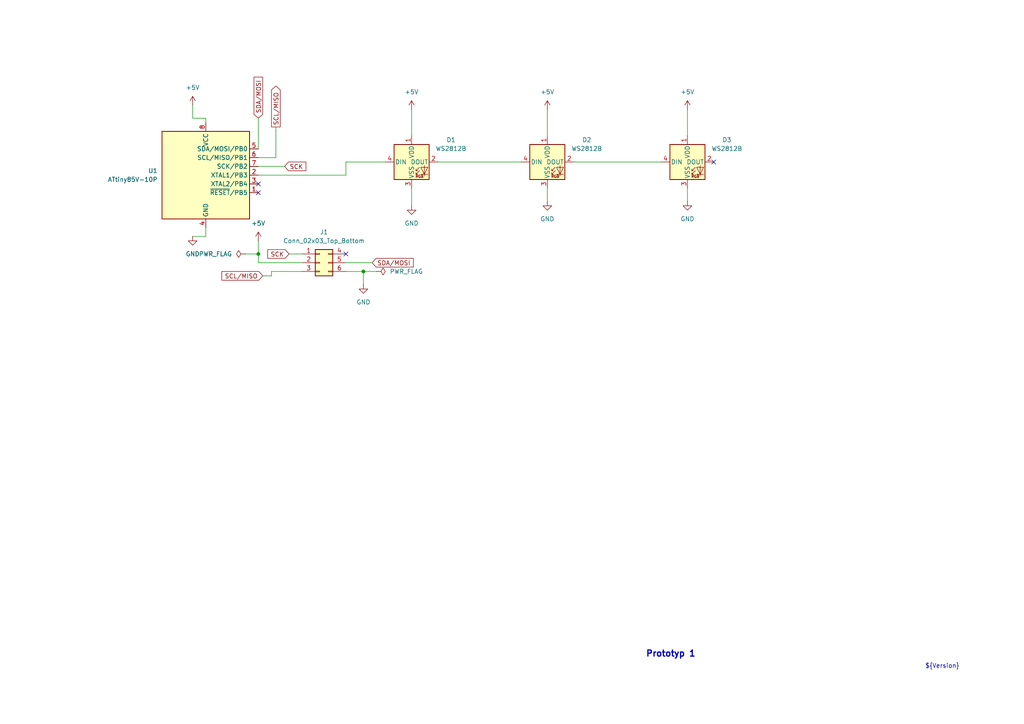
<source format=kicad_sch>
(kicad_sch (version 20250114) (generator "eeschema") (generator_version "9.0")
  (paper "A4")
  (lib_symbols
    (symbol "Connector_Generic:Conn_02x03_Top_Bottom" (pin_names (offset 1.016) (hide yes))
      (property "Reference" "J" (at 1.27 5.08 0))
      (property "Value" "Conn_02x03_Top_Bottom" (at 1.27 -5.08 0))
      (symbol "Conn_02x03_Top_Bottom_1_1"
        (rectangle (start -1.27 3.81) (end 3.81 -3.81) (stroke (width 0.254)) (fill (type background)))
        (rectangle (start -1.27 2.667) (end 0 2.413) (stroke (width 0.1524)))
        (rectangle (start -1.27 0.127) (end 0 -0.127) (stroke (width 0.1524)))
        (rectangle (start -1.27 -2.413) (end 0 -2.667) (stroke (width 0.1524)))
        (rectangle (start 3.81 2.667) (end 2.54 2.413) (stroke (width 0.1524)))
        (rectangle (start 3.81 0.127) (end 2.54 -0.127) (stroke (width 0.1524)))
        (rectangle (start 3.81 -2.413) (end 2.54 -2.667) (stroke (width 0.1524)))
        (pin passive line (at -5.08 2.54 0) (length 3.81) (name "Pin_1") (number "1"))
        (pin passive line (at -5.08 0 0) (length 3.81) (name "Pin_2") (number "2"))
        (pin passive line (at -5.08 -2.54 0) (length 3.81) (name "Pin_3") (number "3"))
        (pin passive line (at 7.62 2.54 180) (length 3.81) (name "Pin_4") (number "4"))
        (pin passive line (at 7.62 0 180) (length 3.81) (name "Pin_5") (number "5"))
        (pin passive line (at 7.62 -2.54 180) (length 3.81) (name "Pin_6") (number "6"))
      )
    )
    (symbol "LED:WS2812B" (pin_names (offset 0.254))
      (property "Reference" "D" (at 5.08 5.715 0))
      (property "Value" "WS2812B" (at 1.27 -5.715 0))
      (symbol "WS2812B_0_0"
        (text "RGB" (at 2.286 -4.191 0) (effects (font (size 0.762 0.762))))
      )
      (symbol "WS2812B_0_1"
        (polyline (pts (xy 1.27 -2.54) (xy 1.778 -2.54)))
        (polyline (pts (xy 1.27 -3.556) (xy 1.778 -3.556)))
        (polyline (pts (xy 2.286 -1.524) (xy 1.27 -2.54) (xy 1.27 -2.032)))
        (polyline (pts (xy 2.286 -2.54) (xy 1.27 -3.556) (xy 1.27 -3.048)))
        (polyline (pts (xy 3.683 -1.016) (xy 3.683 -3.556) (xy 3.683 -4.064)))
        (polyline (pts (xy 4.699 -1.524) (xy 2.667 -1.524) (xy 3.683 -3.556) (xy 4.699 -1.524)))
        (polyline (pts (xy 4.699 -3.556) (xy 2.667 -3.556)))
        (rectangle (start 5.08 5.08) (end -5.08 -5.08) (stroke (width 0.254)) (fill (type background)))
      )
      (symbol "WS2812B_1_1"
        (pin input line (at -7.62 0 0) (length 2.54) (name "DIN") (number "4"))
        (pin power_in line (at 0 7.62 270) (length 2.54) (name "VDD") (number "1"))
        (pin power_in line (at 0 -7.62 90) (length 2.54) (name "VSS") (number "3"))
        (pin output line (at 7.62 0 180) (length 2.54) (name "DOUT") (number "2"))
      )
    )
    (symbol "MCU_Microchip_ATtiny:ATtiny85V-10P"
      (property "Reference" "U1" (at -13.97 1.2701 0))
      (property "Value" "ATtiny85V-10P" (at -13.97 -1.2699 0))
      (symbol "ATtiny85V-10P_0_1"
        (rectangle (start -12.7 -12.7) (end 12.7 12.7) (stroke (width 0.254)) (fill (type background)))
      )
      (symbol "ATtiny85V-10P_1_1"
        (pin power_in line (at 0 15.24 270) (length 2.54) (name "VCC") (number "8"))
        (pin power_in line (at 0 -15.24 90) (length 2.54) (name "GND") (number "4"))
        (pin bidirectional line (at 15.24 7.62 180) (length 2.54) (name "SDA/MOSI/PB0") (number "5"))
        (pin bidirectional line (at 15.24 5.08 180) (length 2.54) (name "SCL/MISO/PB1") (number "6"))
        (pin bidirectional line (at 15.24 2.54 180) (length 2.54) (name "SCK/PB2") (number "7"))
        (pin bidirectional line (at 15.24 0 180) (length 2.54) (name "XTAL1/PB3") (number "2"))
        (pin bidirectional line (at 15.24 -2.54 180) (length 2.54) (name "XTAL2/PB4") (number "3"))
        (pin bidirectional line (at 15.24 -5.08 180) (length 2.54) (name "~{RESET}/PB5") (number "1"))
      )
    )
    (symbol "power:+5V" (power) (pin_numbers (hide yes)) (pin_names (offset 0) (hide yes))
      (property "Value" "+5V" (at 0 3.556 0))
      (symbol "+5V_0_1"
        (polyline (pts (xy -0.762 1.27) (xy 0 2.54)))
        (polyline (pts (xy 0 2.54) (xy 0.762 1.27)))
        (polyline (pts (xy 0 0) (xy 0 2.54)))
      )
      (symbol "+5V_1_1"
        (pin power_in line (at 0 0 90) (length 0) (name "~") (number "1"))
      )
    )
    (symbol "power:GND" (power) (pin_numbers (hide yes)) (pin_names (offset 0) (hide yes))
      (property "Value" "GND" (at 0 -3.81 0))
      (symbol "GND_0_1"
        (polyline (pts (xy 0 0) (xy 0 -1.27) (xy 1.27 -1.27) (xy 0 -2.54) (xy -1.27 -1.27) (xy 0 -1.27)))
      )
      (symbol "GND_1_1"
        (pin power_in line (at 0 0 270) (length 0) (name "~") (number "1"))
      )
    )
    (symbol "power:PWR_FLAG" (power) (pin_numbers (hide yes)) (pin_names (offset 0) (hide yes))
      (property "Value" "PWR_FLAG" (at 0 3.81 0))
      (symbol "PWR_FLAG_0_0"
        (pin power_out line (at 0 0 90) (length 0) (name "~") (number "1"))
      )
      (symbol "PWR_FLAG_0_1"
        (polyline (pts (xy 0 0) (xy 0 1.27) (xy -1.016 1.905) (xy 0 2.54) (xy 1.016 1.905) (xy 0 1.27)))
      )
    )
  )
  (text "Prototyp 1" (at 194.564 189.738 0) (effects (font (size 1.778 1.778) (thickness 0.3556) (bold yes))))
  (text "${Version}" (at 273.304 193.294 0) (effects (font (size 1.27 1.27))))
  (junction (at 74.93 73.66))
  (junction (at 105.41 78.74))
  (no_connect (at 207.01 46.99))
  (no_connect (at 74.93 53.34))
  (no_connect (at 100.33 73.66))
  (no_connect (at 74.93 55.88))
  (wire (pts (xy 105.41 78.74) (xy 105.41 82.55)))
  (wire (pts (xy 166.37 46.99) (xy 191.77 46.99)))
  (wire (pts (xy 119.38 54.61) (xy 119.38 59.69)))
  (wire (pts (xy 74.93 48.26) (xy 82.55 48.26)))
  (wire (pts (xy 80.01 36.83) (xy 80.01 45.72)))
  (wire (pts (xy 158.75 54.61) (xy 158.75 58.42)))
  (wire (pts (xy 55.88 34.29) (xy 55.88 30.48)))
  (wire (pts (xy 105.41 78.74) (xy 109.22 78.74)))
  (wire (pts (xy 78.74 80.01) (xy 76.2 80.01)))
  (wire (pts (xy 74.93 34.29) (xy 74.93 43.18)))
  (wire (pts (xy 59.69 68.58) (xy 55.88 68.58)))
  (wire (pts (xy 80.01 45.72) (xy 74.93 45.72)))
  (wire (pts (xy 100.33 78.74) (xy 105.41 78.74)))
  (wire (pts (xy 59.69 34.29) (xy 55.88 34.29)))
  (wire (pts (xy 74.93 76.2) (xy 74.93 73.66)))
  (wire (pts (xy 87.63 76.2) (xy 74.93 76.2)))
  (wire (pts (xy 199.39 31.75) (xy 199.39 39.37)))
  (wire (pts (xy 71.12 73.66) (xy 74.93 73.66)))
  (wire (pts (xy 78.74 78.74) (xy 87.63 78.74)))
  (wire (pts (xy 199.39 54.61) (xy 199.39 58.42)))
  (wire (pts (xy 78.74 80.01) (xy 78.74 78.74)))
  (wire (pts (xy 83.82 73.66) (xy 87.63 73.66)))
  (wire (pts (xy 127 46.99) (xy 151.13 46.99)))
  (wire (pts (xy 119.38 31.75) (xy 119.38 39.37)))
  (wire (pts (xy 74.93 69.85) (xy 74.93 73.66)))
  (wire (pts (xy 158.75 39.37) (xy 158.75 31.75)))
  (wire (pts (xy 100.33 46.99) (xy 111.76 46.99)))
  (wire (pts (xy 59.69 66.04) (xy 59.69 68.58)))
  (wire (pts (xy 100.33 76.2) (xy 107.95 76.2)))
  (wire (pts (xy 100.33 50.8) (xy 100.33 46.99)))
  (wire (pts (xy 74.93 50.8) (xy 100.33 50.8)))
  (wire (pts (xy 59.69 34.29) (xy 59.69 35.56)))
  (global_label "SCL{slash}MISO" (shape output) (at 80.01 36.83 90) (property "Intersheetrefs" "${INTERSHEET_REFS}" (effects (hide yes))))
  (global_label "SCL{slash}MISO" (shape input) (at 76.2 80.01 180) (property "Intersheetrefs" "${INTERSHEET_REFS}" (effects (hide yes))) (property "Netclass" "uC" (effects (hide yes))))
  (global_label "SCK" (shape input) (at 82.55 48.26 0) (property "Intersheetrefs" "${INTERSHEET_REFS}" (effects (hide yes))))
  (global_label "SCK" (shape input) (at 83.82 73.66 180) (property "Intersheetrefs" "${INTERSHEET_REFS}" (effects (hide yes))))
  (global_label "SDA{slash}MOSI" (shape input) (at 74.93 34.29 90) (property "Intersheetrefs" "${INTERSHEET_REFS}" (effects (hide yes))))
  (global_label "SDA{slash}MOSI" (shape input) (at 107.95 76.2 0) (property "Intersheetrefs" "${INTERSHEET_REFS}" (effects (hide yes))))
  (symbol (lib_id "power:GND") (at 158.75 58.42 0) (unit 1)
    (property "Reference" "#PWR02" (effects (hide yes)))
    (property "Value" "GND" (at 158.75 63.5 0))
    (property "Description" "Power symbol creates a global label with name \"GND\" , ground" (effects (hide yes)))
  )
  (symbol (lib_id "LED:WS2812B") (at 158.75 46.99 0) (unit 1)
    (property "Reference" "D2" (at 170.18 40.5698 0))
    (property "Value" "WS2812B" (at 170.18 43.1098 0))
    (property "Footprint" "LED_SMD:LED_WS2812B_PLCC4_5.0x5.0mm_P3.2mm" (effects (hide yes)))
    (property "Datasheet" "https://cdn-shop.adafruit.com/datasheets/WS2812B.pdf" (effects (hide yes)))
    (property "Description" "RGB LED with integrated controller" (effects (hide yes)))
  )
  (symbol (lib_id "power:GND") (at 119.38 59.69 0) (unit 1)
    (property "Reference" "#PWR01" (effects (hide yes)))
    (property "Value" "GND" (at 119.38 64.77 0))
    (property "Description" "Power symbol creates a global label with name \"GND\" , ground" (effects (hide yes)))
  )
  (symbol (lib_id "power:PWR_FLAG") (at 109.22 78.74 270) (unit 1)
    (property "Reference" "#FLG01" (effects (hide yes)))
    (property "Value" "PWR_FLAG" (at 113.03 78.7401 90) (effects (justify left)))
    (property "Description" "Special symbol for telling ERC where power comes from" (effects (hide yes)))
  )
  (symbol (lib_id "Connector_Generic:Conn_02x03_Top_Bottom") (at 92.71 76.2 0) (unit 1)
    (property "Reference" "J1" (at 93.98 67.31 0))
    (property "Value" "Conn_02x03_Top_Bottom" (at 93.98 69.85 0))
    (property "Footprint" "Connector_IDC:IDC-Header_2x03_P2.54mm_Horizontal" (effects (hide yes)))
    (property "Description" "Generic connector, double row, 02x03, top/bottom pin numbering scheme (row 1: 1...pins_per_row, row2: pins_per_row+1 ... num_pins), script generated (kicad-library-utils/schlib/autogen/connector/)" (effects (hide yes)))
  )
  (symbol (lib_id "power:GND") (at 105.41 82.55 0) (unit 1)
    (property "Reference" "#PWR010" (effects (hide yes)))
    (property "Value" "GND" (at 105.41 87.63 0))
    (property "Description" "Power symbol creates a global label with name \"GND\" , ground" (effects (hide yes)))
  )
  (symbol (lib_id "power:PWR_FLAG") (at 71.12 73.66 90) (unit 1)
    (property "Reference" "#FLG02" (effects (hide yes)))
    (property "Value" "PWR_FLAG" (at 67.31 73.6599 90) (effects (justify left)))
    (property "Description" "Special symbol for telling ERC where power comes from" (effects (hide yes)))
  )
  (symbol (lib_id "LED:WS2812B") (at 119.38 46.99 0) (unit 1)
    (property "Reference" "D1" (at 130.81 40.5698 0))
    (property "Value" "WS2812B" (at 130.81 43.1098 0))
    (property "Footprint" "LED_SMD:LED_WS2812B_PLCC4_5.0x5.0mm_P3.2mm" (effects (hide yes)))
    (property "Datasheet" "https://cdn-shop.adafruit.com/datasheets/WS2812B.pdf" (effects (hide yes)))
    (property "Description" "RGB LED with integrated controller" (effects (hide yes)))
  )
  (symbol (lib_id "power:+5V") (at 199.39 31.75 0) (unit 1)
    (property "Reference" "#PWR05" (effects (hide yes)))
    (property "Value" "+5V" (at 199.39 26.67 0))
    (property "Description" "Power symbol creates a global label with name \"+5V\"" (effects (hide yes)))
  )
  (symbol (lib_id "MCU_Microchip_ATtiny:ATtiny85V-10P") (at 59.69 50.8 0) (unit 1)
    (property "Reference" "U1" (at 45.72 49.5299 0) (effects (justify right)))
    (property "Value" "ATtiny85V-10P" (at 45.72 52.0699 0) (effects (justify right)))
    (property "Footprint" "Package_SO:SO-8_3.9x4.9mm_P1.27mm" (effects (hide yes)))
    (property "Datasheet" "http://ww1.microchip.com/downloads/en/DeviceDoc/atmel-2586-avr-8-bit-microcontroller-attiny25-attiny45-attiny85_datasheet.pdf" (effects (hide yes)))
    (property "Description" "10MHz, 8kB Flash, 512B SRAM, 512B EEPROM, debugWIRE, DIP-8" (effects (hide yes)))
  )
  (symbol (lib_id "power:+5V") (at 119.38 31.75 0) (unit 1)
    (property "Reference" "#PWR07" (effects (hide yes)))
    (property "Value" "+5V" (at 119.38 26.67 0))
    (property "Description" "Power symbol creates a global label with name \"+5V\"" (effects (hide yes)))
  )
  (symbol (lib_id "power:+5V") (at 55.88 30.48 0) (unit 1)
    (property "Reference" "#PWR08" (effects (hide yes)))
    (property "Value" "+5V" (at 55.88 25.4 0))
    (property "Description" "Power symbol creates a global label with name \"+5V\"" (effects (hide yes)))
  )
  (symbol (lib_id "power:+5V") (at 158.75 31.75 0) (unit 1)
    (property "Reference" "#PWR06" (effects (hide yes)))
    (property "Value" "+5V" (at 158.75 26.67 0))
    (property "Description" "Power symbol creates a global label with name \"+5V\"" (effects (hide yes)))
  )
  (symbol (lib_id "LED:WS2812B") (at 199.39 46.99 0) (unit 1)
    (property "Reference" "D3" (at 210.82 40.5698 0))
    (property "Value" "WS2812B" (at 210.82 43.1098 0))
    (property "Footprint" "LED_SMD:LED_WS2812B_PLCC4_5.0x5.0mm_P3.2mm" (effects (hide yes)))
    (property "Datasheet" "https://cdn-shop.adafruit.com/datasheets/WS2812B.pdf" (effects (hide yes)))
    (property "Description" "RGB LED with integrated controller" (effects (hide yes)))
  )
  (symbol (lib_id "power:+5V") (at 74.93 69.85 0) (unit 1)
    (property "Reference" "#PWR09" (effects (hide yes)))
    (property "Value" "+5V" (at 74.93 64.77 0))
    (property "Description" "Power symbol creates a global label with name \"+5V\"" (effects (hide yes)))
  )
  (symbol (lib_id "power:GND") (at 199.39 58.42 0) (unit 1)
    (property "Reference" "#PWR03" (effects (hide yes)))
    (property "Value" "GND" (at 199.39 63.5 0))
    (property "Description" "Power symbol creates a global label with name \"GND\" , ground" (effects (hide yes)))
  )
  (symbol (lib_id "power:GND") (at 55.88 68.58 0) (unit 1)
    (property "Reference" "#PWR04" (effects (hide yes)))
    (property "Value" "GND" (at 55.88 73.66 0))
    (property "Description" "Power symbol creates a global label with name \"GND\" , ground" (effects (hide yes)))
  )
)
</source>
